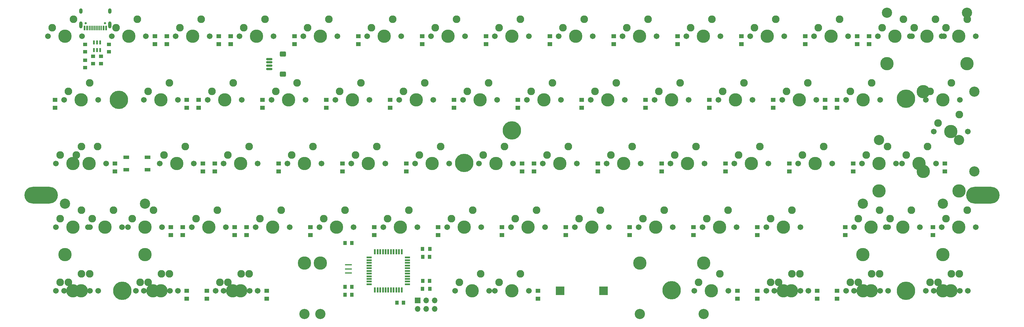
<source format=gbr>
G04 #@! TF.GenerationSoftware,KiCad,Pcbnew,(5.99.0-9972-g9020611657)*
G04 #@! TF.CreationDate,2021-03-30T08:21:05+08:00*
G04 #@! TF.ProjectId,plain60-c,706c6169-6e36-4302-9d63-2e6b69636164,rev?*
G04 #@! TF.SameCoordinates,Original*
G04 #@! TF.FileFunction,Soldermask,Bot*
G04 #@! TF.FilePolarity,Negative*
%FSLAX46Y46*%
G04 Gerber Fmt 4.6, Leading zero omitted, Abs format (unit mm)*
G04 Created by KiCad (PCBNEW (5.99.0-9972-g9020611657)) date 2021-03-30 08:21:05*
%MOMM*%
%LPD*%
G01*
G04 APERTURE LIST*
G04 Aperture macros list*
%AMRoundRect*
0 Rectangle with rounded corners*
0 $1 Rounding radius*
0 $2 $3 $4 $5 $6 $7 $8 $9 X,Y pos of 4 corners*
0 Add a 4 corners polygon primitive as box body*
4,1,4,$2,$3,$4,$5,$6,$7,$8,$9,$2,$3,0*
0 Add four circle primitives for the rounded corners*
1,1,$1+$1,$2,$3*
1,1,$1+$1,$4,$5*
1,1,$1+$1,$6,$7*
1,1,$1+$1,$8,$9*
0 Add four rect primitives between the rounded corners*
20,1,$1+$1,$2,$3,$4,$5,0*
20,1,$1+$1,$4,$5,$6,$7,0*
20,1,$1+$1,$6,$7,$8,$9,0*
20,1,$1+$1,$8,$9,$2,$3,0*%
G04 Aperture macros list end*
%ADD10C,2.286000*%
%ADD11C,1.701800*%
%ADD12C,3.987800*%
%ADD13C,3.048000*%
%ADD14O,10.000000X5.000000*%
%ADD15C,5.500000*%
%ADD16R,1.400000X1.200000*%
%ADD17R,0.550000X1.500000*%
%ADD18R,1.500000X0.550000*%
%ADD19R,2.000000X0.400000*%
%ADD20R,1.700000X1.000000*%
%ADD21R,1.000000X1.300000*%
%ADD22R,1.300000X1.000000*%
%ADD23C,0.650000*%
%ADD24R,0.600000X1.450000*%
%ADD25R,0.300000X1.450000*%
%ADD26O,1.000000X2.100000*%
%ADD27O,1.000000X1.600000*%
%ADD28R,1.000000X1.250000*%
%ADD29R,0.600000X1.200000*%
%ADD30R,1.700000X1.700000*%
%ADD31O,1.700000X1.700000*%
%ADD32RoundRect,0.150000X-0.775000X0.150000X-0.775000X-0.150000X0.775000X-0.150000X0.775000X0.150000X0*%
%ADD33RoundRect,0.332800X-0.567200X0.467200X-0.567200X-0.467200X0.567200X-0.467200X0.567200X0.467200X0*%
%ADD34R,2.500000X2.500000*%
G04 APERTURE END LIST*
D10*
X78740000Y-23495000D03*
X72390000Y-26035000D03*
D11*
X71120000Y-28575000D03*
X81280000Y-28575000D03*
D12*
X76200000Y-28575000D03*
D10*
X97790000Y-23495000D03*
X91440000Y-26035000D03*
D11*
X90170000Y-28575000D03*
X100330000Y-28575000D03*
D12*
X95250000Y-28575000D03*
D10*
X154940000Y-23495000D03*
X148590000Y-26035000D03*
D11*
X157480000Y-28575000D03*
X147320000Y-28575000D03*
D12*
X152400000Y-28575000D03*
D10*
X173990000Y-23495000D03*
X167640000Y-26035000D03*
D12*
X171450000Y-28575000D03*
D11*
X176530000Y-28575000D03*
X166370000Y-28575000D03*
D10*
X40640000Y-23495000D03*
X34290000Y-26035000D03*
D12*
X38100000Y-28575000D03*
D11*
X33020000Y-28575000D03*
X43180000Y-28575000D03*
D10*
X135890000Y-23495000D03*
X129540000Y-26035000D03*
D11*
X128270000Y-28575000D03*
X138430000Y-28575000D03*
D12*
X133350000Y-28575000D03*
D10*
X116840000Y-23495000D03*
X110490000Y-26035000D03*
D12*
X114300000Y-28575000D03*
D11*
X109220000Y-28575000D03*
X119380000Y-28575000D03*
D10*
X59690000Y-23495000D03*
X53340000Y-26035000D03*
D11*
X52070000Y-28575000D03*
X62230000Y-28575000D03*
D12*
X57150000Y-28575000D03*
D10*
X16827500Y-23495000D03*
X10477500Y-26035000D03*
D12*
X14287500Y-28575000D03*
D11*
X9207500Y-28575000D03*
X19367500Y-28575000D03*
D13*
X254762000Y-2540000D03*
D12*
X266700000Y-9525000D03*
D13*
X278638000Y-2540000D03*
D11*
X261620000Y-9525000D03*
D12*
X278638000Y-17780000D03*
X254762000Y-17780000D03*
D11*
X271780000Y-9525000D03*
D10*
X269240000Y-4445000D03*
X262890000Y-6985000D03*
X145415000Y-4445000D03*
X139065000Y-6985000D03*
D11*
X147955000Y-9525000D03*
X137795000Y-9525000D03*
D12*
X142875000Y-9525000D03*
D10*
X183515000Y-4445000D03*
X177165000Y-6985000D03*
D11*
X186055000Y-9525000D03*
X175895000Y-9525000D03*
D12*
X180975000Y-9525000D03*
D10*
X259715000Y-4445000D03*
X253365000Y-6985000D03*
D12*
X257175000Y-9525000D03*
D11*
X252095000Y-9525000D03*
X262255000Y-9525000D03*
D10*
X88265000Y-4445000D03*
X81915000Y-6985000D03*
D11*
X80645000Y-9525000D03*
D12*
X85725000Y-9525000D03*
D11*
X90805000Y-9525000D03*
D10*
X240665000Y-4445000D03*
X234315000Y-6985000D03*
D11*
X233045000Y-9525000D03*
D12*
X238125000Y-9525000D03*
D11*
X243205000Y-9525000D03*
D10*
X221615000Y-4445000D03*
X215265000Y-6985000D03*
D12*
X219075000Y-9525000D03*
D11*
X224155000Y-9525000D03*
X213995000Y-9525000D03*
D10*
X202565000Y-4445000D03*
X196215000Y-6985000D03*
D11*
X205105000Y-9525000D03*
D12*
X200025000Y-9525000D03*
D11*
X194945000Y-9525000D03*
D10*
X164465000Y-4445000D03*
X158115000Y-6985000D03*
D11*
X167005000Y-9525000D03*
X156845000Y-9525000D03*
D12*
X161925000Y-9525000D03*
D10*
X126365000Y-4445000D03*
X120015000Y-6985000D03*
D11*
X128905000Y-9525000D03*
D12*
X123825000Y-9525000D03*
D11*
X118745000Y-9525000D03*
D10*
X107315000Y-4445000D03*
X100965000Y-6985000D03*
D12*
X104775000Y-9525000D03*
D11*
X99695000Y-9525000D03*
X109855000Y-9525000D03*
D10*
X69215000Y-4445000D03*
X62865000Y-6985000D03*
D11*
X71755000Y-9525000D03*
D12*
X66675000Y-9525000D03*
D11*
X61595000Y-9525000D03*
D10*
X31115000Y-4445000D03*
X24765000Y-6985000D03*
D11*
X33655000Y-9525000D03*
X23495000Y-9525000D03*
D12*
X28575000Y-9525000D03*
D10*
X12065000Y-4445000D03*
X5715000Y-6985000D03*
D12*
X9525000Y-9525000D03*
D11*
X4445000Y-9525000D03*
X14605000Y-9525000D03*
D10*
X50165000Y-4445000D03*
X43815000Y-6985000D03*
D12*
X47625000Y-9525000D03*
D11*
X42545000Y-9525000D03*
X52705000Y-9525000D03*
D10*
X40640000Y-80645000D03*
X34290000Y-83185000D03*
D11*
X43180000Y-85725000D03*
D12*
X38100000Y-85725000D03*
D11*
X33020000Y-85725000D03*
D10*
X204946250Y-80645000D03*
X198596250Y-83185000D03*
D11*
X197326250Y-85725000D03*
D12*
X202406250Y-85725000D03*
D11*
X207486250Y-85725000D03*
D10*
X150177500Y-61595000D03*
X143827500Y-64135000D03*
D11*
X152717500Y-66675000D03*
X142557500Y-66675000D03*
D12*
X147637500Y-66675000D03*
D10*
X252571460Y-61595056D03*
X246221460Y-64135056D03*
D11*
X244951460Y-66675056D03*
X255111460Y-66675056D03*
D12*
X250031460Y-66675056D03*
D10*
X14446250Y-42545000D03*
X8096250Y-45085000D03*
D11*
X16986250Y-47625000D03*
X6826250Y-47625000D03*
D12*
X11906250Y-47625000D03*
D10*
X226377500Y-61595000D03*
X220027500Y-64135000D03*
D12*
X223837500Y-66675000D03*
D11*
X228917500Y-66675000D03*
X218757500Y-66675000D03*
D10*
X169227500Y-61595000D03*
X162877500Y-64135000D03*
D11*
X171767500Y-66675000D03*
D12*
X166687500Y-66675000D03*
D11*
X161607500Y-66675000D03*
D10*
X207327500Y-61595000D03*
X200977500Y-64135000D03*
D11*
X209867500Y-66675000D03*
D12*
X204787500Y-66675000D03*
D11*
X199707500Y-66675000D03*
D10*
X131127500Y-61595000D03*
X124777500Y-64135000D03*
D11*
X123507500Y-66675000D03*
D12*
X128587500Y-66675000D03*
D11*
X133667500Y-66675000D03*
D10*
X188277500Y-61595000D03*
X181927500Y-64135000D03*
D11*
X190817500Y-66675000D03*
D12*
X185737500Y-66675000D03*
D11*
X180657500Y-66675000D03*
D10*
X16827500Y-80645000D03*
X10477500Y-83185000D03*
D11*
X19367500Y-85725000D03*
X9207500Y-85725000D03*
D12*
X14287500Y-85725000D03*
D10*
X14446250Y-61595000D03*
X8096250Y-64135000D03*
D11*
X6826250Y-66675000D03*
X16986250Y-66675000D03*
D12*
X11906250Y-66675000D03*
D10*
X278765000Y-4445000D03*
X272415000Y-6985000D03*
D12*
X276225000Y-9525000D03*
D11*
X271145000Y-9525000D03*
X281305000Y-9525000D03*
D10*
X276383750Y-80645072D03*
X270033750Y-83185072D03*
D11*
X268763750Y-85725072D03*
X278923750Y-85725072D03*
D12*
X273843750Y-85725072D03*
D10*
X252571250Y-80645000D03*
X246221250Y-83185000D03*
D11*
X255111250Y-85725000D03*
D12*
X250031250Y-85725000D03*
D11*
X244951250Y-85725000D03*
D10*
X250190000Y-23495000D03*
X243840000Y-26035000D03*
D11*
X252730000Y-28575000D03*
X242570000Y-28575000D03*
D12*
X247650000Y-28575000D03*
D10*
X54927500Y-61595000D03*
X48577500Y-64135000D03*
D11*
X47307500Y-66675000D03*
D12*
X52387500Y-66675000D03*
D11*
X57467500Y-66675000D03*
D10*
X193040000Y-23495000D03*
X186690000Y-26035000D03*
D11*
X195580000Y-28575000D03*
D12*
X190500000Y-28575000D03*
D11*
X185420000Y-28575000D03*
D10*
X121602500Y-42545000D03*
X115252500Y-45085000D03*
D11*
X124142500Y-47625000D03*
D12*
X119062500Y-47625000D03*
D11*
X113982500Y-47625000D03*
D10*
X64452500Y-42545000D03*
X58102500Y-45085000D03*
D11*
X66992500Y-47625000D03*
X56832500Y-47625000D03*
D12*
X61912500Y-47625000D03*
D10*
X62071250Y-80645000D03*
X55721250Y-83185000D03*
D11*
X54451250Y-85725000D03*
X64611250Y-85725000D03*
D12*
X59531250Y-85725000D03*
D10*
X266858750Y-42545000D03*
X260508750Y-45085000D03*
D11*
X259238750Y-47625000D03*
D12*
X264318750Y-47625000D03*
D11*
X269398750Y-47625000D03*
D12*
X252380750Y-55880000D03*
X276256750Y-55880000D03*
D13*
X252380750Y-40640000D03*
X276256750Y-40640000D03*
D10*
X228758750Y-80645000D03*
X222408750Y-83185000D03*
D11*
X231298750Y-85725000D03*
X221138750Y-85725000D03*
D12*
X226218750Y-85725000D03*
D10*
X278765000Y-61595000D03*
X272415000Y-64135000D03*
D11*
X271145000Y-66675000D03*
D12*
X276225000Y-66675000D03*
D11*
X281305000Y-66675000D03*
D10*
X178752500Y-42545000D03*
X172402500Y-45085000D03*
D11*
X171132500Y-47625000D03*
X181292500Y-47625000D03*
D12*
X176212500Y-47625000D03*
D10*
X14446250Y-80645000D03*
X8096250Y-83185000D03*
D11*
X16986250Y-85725000D03*
D12*
X11906250Y-85725000D03*
D11*
X6826250Y-85725000D03*
D10*
X274002500Y-23495000D03*
X267652500Y-26035000D03*
D12*
X271462500Y-28575000D03*
D11*
X266382500Y-28575000D03*
X276542500Y-28575000D03*
D10*
X231140000Y-23495000D03*
X224790000Y-26035000D03*
D11*
X223520000Y-28575000D03*
X233680000Y-28575000D03*
D12*
X228600000Y-28575000D03*
D10*
X64452500Y-80645000D03*
X58102500Y-83185000D03*
D11*
X56832500Y-85725000D03*
D12*
X61912500Y-85725000D03*
D11*
X66992500Y-85725000D03*
D10*
X93027500Y-61595000D03*
X86677500Y-64135000D03*
D11*
X85407500Y-66675000D03*
X95567500Y-66675000D03*
D12*
X90487500Y-66675000D03*
D10*
X83502500Y-42545000D03*
X77152500Y-45085000D03*
D11*
X86042500Y-47625000D03*
X75882500Y-47625000D03*
D12*
X80962500Y-47625000D03*
D10*
X35877500Y-61595000D03*
X29527500Y-64135000D03*
D12*
X33337500Y-66675000D03*
D11*
X38417500Y-66675000D03*
X28257500Y-66675000D03*
D10*
X254952500Y-42545000D03*
X248602500Y-45085000D03*
D12*
X252412500Y-47625000D03*
D11*
X257492500Y-47625000D03*
X247332500Y-47625000D03*
D10*
X159702500Y-42545000D03*
X153352500Y-45085000D03*
D12*
X157162500Y-47625000D03*
D11*
X162242500Y-47625000D03*
X152082500Y-47625000D03*
D10*
X102552500Y-42545000D03*
X96202500Y-45085000D03*
D11*
X94932500Y-47625000D03*
D12*
X100012500Y-47625000D03*
D11*
X105092500Y-47625000D03*
D10*
X45402500Y-42545000D03*
X39052500Y-45085000D03*
D11*
X47942500Y-47625000D03*
D12*
X42862500Y-47625000D03*
D11*
X37782500Y-47625000D03*
D10*
X197802500Y-42545000D03*
X191452500Y-45085000D03*
D11*
X190182500Y-47625000D03*
D12*
X195262500Y-47625000D03*
D11*
X200342500Y-47625000D03*
D10*
X23971250Y-61595000D03*
X17621250Y-64135000D03*
D13*
X33369250Y-59690000D03*
D12*
X33369250Y-74930000D03*
D13*
X9493250Y-59690000D03*
D11*
X16351250Y-66675000D03*
D12*
X21431250Y-66675000D03*
D11*
X26511250Y-66675000D03*
D12*
X9493250Y-74930000D03*
D10*
X235902500Y-42545000D03*
X229552500Y-45085000D03*
D11*
X228282500Y-47625000D03*
X238442500Y-47625000D03*
D12*
X233362500Y-47625000D03*
D10*
X216852500Y-42545000D03*
X210502500Y-45085000D03*
D12*
X214312500Y-47625000D03*
D11*
X209232500Y-47625000D03*
X219392500Y-47625000D03*
D10*
X212090000Y-23495000D03*
X205740000Y-26035000D03*
D11*
X204470000Y-28575000D03*
D12*
X209550000Y-28575000D03*
D11*
X214630000Y-28575000D03*
D10*
X140652500Y-42545000D03*
X134302500Y-45085000D03*
D11*
X143192500Y-47625000D03*
X133032500Y-47625000D03*
D12*
X138112500Y-47625000D03*
D10*
X19208750Y-42545000D03*
X12858750Y-45085000D03*
D12*
X16668750Y-47625000D03*
D11*
X11588750Y-47625000D03*
X21748750Y-47625000D03*
D10*
X112077500Y-61595000D03*
X105727500Y-64135000D03*
D12*
X109537500Y-66675000D03*
D11*
X114617500Y-66675000D03*
X104457500Y-66675000D03*
D10*
X250190000Y-80645000D03*
X243840000Y-83185000D03*
D11*
X242570000Y-85725000D03*
X252730000Y-85725000D03*
D12*
X247650000Y-85725000D03*
D10*
X38258750Y-80645000D03*
X31908750Y-83185000D03*
D12*
X35718750Y-85725000D03*
D11*
X40798750Y-85725000D03*
X30638750Y-85725000D03*
D10*
X73977500Y-61595000D03*
X67627500Y-64135000D03*
D11*
X66357500Y-66675000D03*
D12*
X71437500Y-66675000D03*
D11*
X76517500Y-66675000D03*
D10*
X226377500Y-80645000D03*
X220027500Y-83185000D03*
D11*
X218757500Y-85725000D03*
X228917500Y-85725000D03*
D12*
X223837500Y-85725000D03*
D10*
X274002728Y-80645072D03*
X267652728Y-83185072D03*
D11*
X276542728Y-85725072D03*
D12*
X271462728Y-85725072D03*
D11*
X266382728Y-85725072D03*
D14*
X2381252Y-57125000D03*
X283368988Y-57125000D03*
D10*
X262096468Y-61595000D03*
X255746468Y-64135000D03*
D12*
X271494468Y-74930000D03*
D11*
X254476468Y-66675000D03*
D13*
X271494468Y-59690000D03*
D12*
X259556468Y-66675000D03*
D11*
X264636468Y-66675000D03*
D12*
X247618468Y-74930000D03*
D13*
X247618468Y-59690000D03*
X181006750Y-92710000D03*
X80930750Y-92710000D03*
D12*
X181006750Y-77470000D03*
X80930750Y-77470000D03*
D10*
X133508750Y-80645000D03*
X127158750Y-83185000D03*
D11*
X136048750Y-85725000D03*
X125888750Y-85725000D03*
D12*
X130968750Y-85725000D03*
D15*
X26625000Y-85725072D03*
X142875000Y-37750000D03*
X260430000Y-85725072D03*
X260425000Y-28227050D03*
X25600000Y-28575024D03*
X128587608Y-47425040D03*
X190500160Y-85525000D03*
D12*
X85693250Y-77470000D03*
D13*
X85693250Y-92710000D03*
X200056750Y-92710000D03*
D12*
X200056750Y-77470000D03*
D10*
X145415000Y-80645000D03*
X139065000Y-83185000D03*
D11*
X147955000Y-85725000D03*
D12*
X142875000Y-85725000D03*
D11*
X137795000Y-85725000D03*
D10*
X276383980Y-33020000D03*
X270033980Y-35560000D03*
D11*
X268763980Y-38100000D03*
D12*
X273843980Y-38100000D03*
D13*
X280828980Y-26162000D03*
D11*
X278923980Y-38100000D03*
D12*
X265588980Y-26162000D03*
X265588980Y-50038000D03*
D13*
X280828980Y-50038000D03*
D16*
X239911139Y-88115698D03*
X239911139Y-85715698D03*
X216098619Y-88115698D03*
X216098619Y-85715698D03*
X210145489Y-88115698D03*
X210145489Y-85715698D03*
X150614189Y-88115698D03*
X150614189Y-85715698D03*
X69651621Y-88115698D03*
X69651621Y-85715698D03*
X268486163Y-69065682D03*
X268486163Y-66665682D03*
X242292391Y-69065682D03*
X242292391Y-66665682D03*
X216098619Y-69065682D03*
X216098619Y-66665682D03*
X197048603Y-69065682D03*
X197048603Y-66665682D03*
X139898555Y-69065682D03*
X139898555Y-66665682D03*
X101798523Y-69065682D03*
X101798523Y-66665682D03*
X82748507Y-69065682D03*
X82748507Y-66665682D03*
X220861123Y-30965650D03*
X220861123Y-28565650D03*
X225623627Y-50015666D03*
X225623627Y-47615666D03*
X49410979Y-30965650D03*
X49410979Y-28565650D03*
X182761091Y-30965650D03*
X182761091Y-28565650D03*
X206573611Y-50015666D03*
X206573611Y-47615666D03*
X111323531Y-50015666D03*
X111323531Y-47615666D03*
X24407833Y-50015666D03*
X24407833Y-47615666D03*
X187523595Y-50015666D03*
X187523595Y-47615666D03*
X145851685Y-50015666D03*
X145851685Y-47615666D03*
X50601605Y-50015666D03*
X50601605Y-47615666D03*
X73223499Y-50015666D03*
X73223499Y-47615666D03*
X106561027Y-30965650D03*
X106561027Y-28565650D03*
X201811107Y-30965650D03*
X201811107Y-28565650D03*
X125611043Y-30965650D03*
X125611043Y-28565650D03*
X163711075Y-30965650D03*
X163711075Y-28565650D03*
X244673643Y-50015666D03*
X244673643Y-47615666D03*
X149423563Y-50015666D03*
X149423563Y-47615666D03*
X92273515Y-50015666D03*
X92273515Y-47615666D03*
X60126613Y-69065682D03*
X60126613Y-66665682D03*
X158948571Y-69065682D03*
X158948571Y-66665682D03*
X272058041Y-50015666D03*
X272058041Y-47615666D03*
X51792231Y-88115698D03*
X51792231Y-85715698D03*
X168473579Y-50015666D03*
X168473579Y-47615666D03*
X87511011Y-30965650D03*
X87511011Y-28565650D03*
X239911139Y-30965650D03*
X239911139Y-28565650D03*
X54173483Y-50015666D03*
X54173483Y-47615666D03*
X144661059Y-30965650D03*
X144661059Y-28565650D03*
X177998587Y-69065682D03*
X177998587Y-66665682D03*
X120848539Y-69065682D03*
X120848539Y-66665682D03*
X68460995Y-30965650D03*
X68460995Y-28565650D03*
D17*
X109965714Y-85471942D03*
X109165714Y-85471942D03*
X108365714Y-85471942D03*
X107565714Y-85471942D03*
X106765714Y-85471942D03*
X105965714Y-85471942D03*
X105165714Y-85471942D03*
X104365714Y-85471942D03*
X103565714Y-85471942D03*
X102765714Y-85471942D03*
X101965714Y-85471942D03*
D18*
X100265714Y-83771942D03*
X100265714Y-82971942D03*
X100265714Y-82171942D03*
X100265714Y-81371942D03*
X100265714Y-80571942D03*
X100265714Y-79771942D03*
X100265714Y-78971942D03*
X100265714Y-78171942D03*
X100265714Y-77371942D03*
X100265714Y-76571942D03*
X100265714Y-75771942D03*
D17*
X101965714Y-74071942D03*
X102765714Y-74071942D03*
X103565714Y-74071942D03*
X104365714Y-74071942D03*
X105165714Y-74071942D03*
X105965714Y-74071942D03*
X106765714Y-74071942D03*
X107565714Y-74071942D03*
X108365714Y-74071942D03*
X109165714Y-74071942D03*
X109965714Y-74071942D03*
D18*
X111665714Y-75771942D03*
X111665714Y-76571942D03*
X111665714Y-77371942D03*
X111665714Y-78171942D03*
X111665714Y-78971942D03*
X111665714Y-79771942D03*
X111665714Y-80571942D03*
X111665714Y-81371942D03*
X111665714Y-82171942D03*
X111665714Y-82971942D03*
X111665714Y-83771942D03*
D19*
X94059454Y-77976629D03*
X94059454Y-80376629D03*
X94059454Y-79176629D03*
D20*
X27806276Y-45725040D03*
X34106276Y-45725040D03*
X34106276Y-49525040D03*
X27806276Y-49525040D03*
D21*
X118376661Y-73223499D03*
X116176661Y-73223499D03*
D16*
X173236083Y-11915634D03*
X173236083Y-9515634D03*
X249436147Y-11915634D03*
X249436147Y-9515634D03*
X154186067Y-11915634D03*
X154186067Y-9515634D03*
X230386131Y-11915634D03*
X230386131Y-9515634D03*
X192286099Y-11915634D03*
X192286099Y-9515634D03*
X245864269Y-11915634D03*
X245864269Y-9515634D03*
X45839101Y-30965650D03*
X45839101Y-28565650D03*
X6548443Y-30965650D03*
X6548443Y-28565650D03*
X211336115Y-11915634D03*
X211336115Y-9515634D03*
X116086035Y-11915634D03*
X116086035Y-9515634D03*
X55364109Y-11915634D03*
X55364109Y-9515634D03*
X77986003Y-11915634D03*
X77986003Y-9515634D03*
X135136051Y-11915634D03*
X135136051Y-9515634D03*
X97036019Y-11915634D03*
X97036019Y-9515634D03*
X58935987Y-11915634D03*
X58935987Y-9515634D03*
X233958009Y-88115698D03*
X233958009Y-85715698D03*
D22*
X17859390Y-17768764D03*
X17859390Y-15568764D03*
D23*
X15678000Y-5630000D03*
X21458000Y-5630000D03*
D24*
X15343000Y-7075000D03*
X16118000Y-7075000D03*
D25*
X16818000Y-7075000D03*
X17318000Y-7075000D03*
X17818000Y-7075000D03*
X18318000Y-7075000D03*
X18818000Y-7075000D03*
X19318000Y-7075000D03*
X19818000Y-7075000D03*
X20318000Y-7075000D03*
D24*
X21018000Y-7075000D03*
X21793000Y-7075000D03*
D26*
X22888000Y-6160000D03*
X14248000Y-6160000D03*
D27*
X22888000Y-1980000D03*
X14248000Y-1980000D03*
D16*
X63698491Y-69065682D03*
X63698491Y-66665682D03*
D28*
X118276661Y-82748507D03*
X116276661Y-82748507D03*
X118276661Y-75604751D03*
X116276661Y-75604751D03*
D16*
X41076597Y-69065682D03*
X41076597Y-66665682D03*
X236339261Y-30965650D03*
X236339261Y-28565650D03*
D22*
X15478138Y-18959390D03*
X15478138Y-16759390D03*
D16*
X36314093Y-11915634D03*
X36314093Y-9515634D03*
X44648475Y-69065682D03*
X44648475Y-66665682D03*
D22*
X20240642Y-15568764D03*
X20240642Y-17768764D03*
D28*
X95059454Y-86915698D03*
X93059454Y-86915698D03*
X93059454Y-84534446D03*
X95059454Y-84534446D03*
D21*
X116176661Y-85129759D03*
X118376661Y-85129759D03*
D22*
X22621894Y-11996886D03*
X22621894Y-14196886D03*
D16*
X39885971Y-11915634D03*
X39885971Y-9515634D03*
X45839101Y-88115698D03*
X45839101Y-85715698D03*
D29*
X18100016Y-11351573D03*
X19050016Y-11351573D03*
X20000016Y-11351573D03*
X20000016Y-13651573D03*
X19050016Y-13651573D03*
X18100016Y-13651573D03*
D30*
X114736661Y-88622263D03*
D31*
X114736661Y-91162263D03*
X117276661Y-88622263D03*
X117276661Y-91162263D03*
X119816661Y-88622263D03*
X119816661Y-91162263D03*
D22*
X15478138Y-14196886D03*
X15478138Y-11996886D03*
D32*
X70478186Y-16359390D03*
X70478186Y-17359390D03*
X70478186Y-18359390D03*
X70478186Y-19359390D03*
D33*
X74503186Y-14859390D03*
X74503186Y-20859390D03*
D34*
X157211075Y-85725072D03*
X170211075Y-85725072D03*
D28*
X110537592Y-89296950D03*
X108537592Y-89296950D03*
X93059454Y-71437560D03*
X95059454Y-71437560D03*
M02*

</source>
